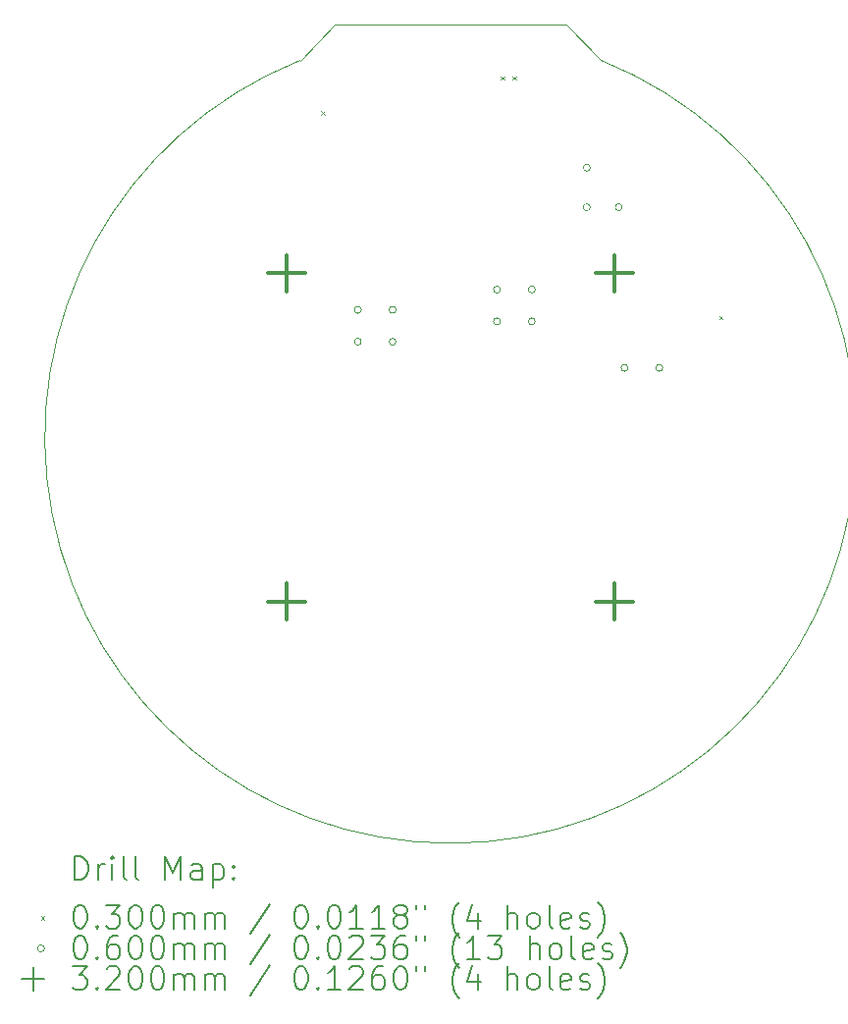
<source format=gbr>
%TF.GenerationSoftware,KiCad,Pcbnew,8.0.7*%
%TF.CreationDate,2024-12-28T18:31:31-05:00*%
%TF.ProjectId,nob,6e6f622e-6b69-4636-9164-5f7063625858,rev?*%
%TF.SameCoordinates,Original*%
%TF.FileFunction,Drillmap*%
%TF.FilePolarity,Positive*%
%FSLAX45Y45*%
G04 Gerber Fmt 4.5, Leading zero omitted, Abs format (unit mm)*
G04 Created by KiCad (PCBNEW 8.0.7) date 2024-12-28 18:31:31*
%MOMM*%
%LPD*%
G01*
G04 APERTURE LIST*
%ADD10C,0.050000*%
%ADD11C,0.200000*%
%ADD12C,0.100000*%
%ADD13C,0.320000*%
G04 APERTURE END LIST*
D10*
X14300000Y-3750000D02*
G75*
G02*
X11700000Y-3750000I-1300000J-3250000D01*
G01*
X12000000Y-3440000D02*
X14000000Y-3440000D01*
X11700000Y-3750000D02*
X12000000Y-3440000D01*
X14000000Y-3440000D02*
X14300000Y-3750000D01*
D11*
D12*
X11885000Y-4185000D02*
X11915000Y-4215000D01*
X11915000Y-4185000D02*
X11885000Y-4215000D01*
X13435000Y-3887800D02*
X13465000Y-3917800D01*
X13465000Y-3887800D02*
X13435000Y-3917800D01*
X13535000Y-3887800D02*
X13565000Y-3917800D01*
X13565000Y-3887800D02*
X13535000Y-3917800D01*
X15317682Y-5952367D02*
X15347682Y-5982367D01*
X15347682Y-5952367D02*
X15317682Y-5982367D01*
X12230000Y-5900000D02*
G75*
G02*
X12170000Y-5900000I-30000J0D01*
G01*
X12170000Y-5900000D02*
G75*
G02*
X12230000Y-5900000I30000J0D01*
G01*
X12230000Y-6175000D02*
G75*
G02*
X12170000Y-6175000I-30000J0D01*
G01*
X12170000Y-6175000D02*
G75*
G02*
X12230000Y-6175000I30000J0D01*
G01*
X12530000Y-5900000D02*
G75*
G02*
X12470000Y-5900000I-30000J0D01*
G01*
X12470000Y-5900000D02*
G75*
G02*
X12530000Y-5900000I30000J0D01*
G01*
X12530000Y-6175000D02*
G75*
G02*
X12470000Y-6175000I-30000J0D01*
G01*
X12470000Y-6175000D02*
G75*
G02*
X12530000Y-6175000I30000J0D01*
G01*
X13430000Y-5725000D02*
G75*
G02*
X13370000Y-5725000I-30000J0D01*
G01*
X13370000Y-5725000D02*
G75*
G02*
X13430000Y-5725000I30000J0D01*
G01*
X13430000Y-6000000D02*
G75*
G02*
X13370000Y-6000000I-30000J0D01*
G01*
X13370000Y-6000000D02*
G75*
G02*
X13430000Y-6000000I30000J0D01*
G01*
X13730000Y-5725000D02*
G75*
G02*
X13670000Y-5725000I-30000J0D01*
G01*
X13670000Y-5725000D02*
G75*
G02*
X13730000Y-5725000I30000J0D01*
G01*
X13730000Y-6000000D02*
G75*
G02*
X13670000Y-6000000I-30000J0D01*
G01*
X13670000Y-6000000D02*
G75*
G02*
X13730000Y-6000000I30000J0D01*
G01*
X14205000Y-4675000D02*
G75*
G02*
X14145000Y-4675000I-30000J0D01*
G01*
X14145000Y-4675000D02*
G75*
G02*
X14205000Y-4675000I30000J0D01*
G01*
X14205000Y-5015000D02*
G75*
G02*
X14145000Y-5015000I-30000J0D01*
G01*
X14145000Y-5015000D02*
G75*
G02*
X14205000Y-5015000I30000J0D01*
G01*
X14480000Y-5015000D02*
G75*
G02*
X14420000Y-5015000I-30000J0D01*
G01*
X14420000Y-5015000D02*
G75*
G02*
X14480000Y-5015000I30000J0D01*
G01*
X14530000Y-6400000D02*
G75*
G02*
X14470000Y-6400000I-30000J0D01*
G01*
X14470000Y-6400000D02*
G75*
G02*
X14530000Y-6400000I30000J0D01*
G01*
X14830000Y-6400000D02*
G75*
G02*
X14770000Y-6400000I-30000J0D01*
G01*
X14770000Y-6400000D02*
G75*
G02*
X14830000Y-6400000I30000J0D01*
G01*
D13*
X11585786Y-5425786D02*
X11585786Y-5745786D01*
X11425786Y-5585786D02*
X11745786Y-5585786D01*
X11585786Y-8254214D02*
X11585786Y-8574214D01*
X11425786Y-8414214D02*
X11745786Y-8414214D01*
X14414214Y-5425786D02*
X14414214Y-5745786D01*
X14254214Y-5585786D02*
X14574214Y-5585786D01*
X14414214Y-8254214D02*
X14414214Y-8574214D01*
X14254214Y-8414214D02*
X14574214Y-8414214D01*
D11*
X9757920Y-10814341D02*
X9757920Y-10614341D01*
X9757920Y-10614341D02*
X9805539Y-10614341D01*
X9805539Y-10614341D02*
X9834110Y-10623865D01*
X9834110Y-10623865D02*
X9853158Y-10642912D01*
X9853158Y-10642912D02*
X9862682Y-10661960D01*
X9862682Y-10661960D02*
X9872205Y-10700055D01*
X9872205Y-10700055D02*
X9872205Y-10728627D01*
X9872205Y-10728627D02*
X9862682Y-10766722D01*
X9862682Y-10766722D02*
X9853158Y-10785769D01*
X9853158Y-10785769D02*
X9834110Y-10804817D01*
X9834110Y-10804817D02*
X9805539Y-10814341D01*
X9805539Y-10814341D02*
X9757920Y-10814341D01*
X9957920Y-10814341D02*
X9957920Y-10681008D01*
X9957920Y-10719103D02*
X9967444Y-10700055D01*
X9967444Y-10700055D02*
X9976967Y-10690531D01*
X9976967Y-10690531D02*
X9996015Y-10681008D01*
X9996015Y-10681008D02*
X10015063Y-10681008D01*
X10081729Y-10814341D02*
X10081729Y-10681008D01*
X10081729Y-10614341D02*
X10072205Y-10623865D01*
X10072205Y-10623865D02*
X10081729Y-10633389D01*
X10081729Y-10633389D02*
X10091253Y-10623865D01*
X10091253Y-10623865D02*
X10081729Y-10614341D01*
X10081729Y-10614341D02*
X10081729Y-10633389D01*
X10205539Y-10814341D02*
X10186491Y-10804817D01*
X10186491Y-10804817D02*
X10176967Y-10785769D01*
X10176967Y-10785769D02*
X10176967Y-10614341D01*
X10310301Y-10814341D02*
X10291253Y-10804817D01*
X10291253Y-10804817D02*
X10281729Y-10785769D01*
X10281729Y-10785769D02*
X10281729Y-10614341D01*
X10538872Y-10814341D02*
X10538872Y-10614341D01*
X10538872Y-10614341D02*
X10605539Y-10757198D01*
X10605539Y-10757198D02*
X10672205Y-10614341D01*
X10672205Y-10614341D02*
X10672205Y-10814341D01*
X10853158Y-10814341D02*
X10853158Y-10709579D01*
X10853158Y-10709579D02*
X10843634Y-10690531D01*
X10843634Y-10690531D02*
X10824586Y-10681008D01*
X10824586Y-10681008D02*
X10786491Y-10681008D01*
X10786491Y-10681008D02*
X10767444Y-10690531D01*
X10853158Y-10804817D02*
X10834110Y-10814341D01*
X10834110Y-10814341D02*
X10786491Y-10814341D01*
X10786491Y-10814341D02*
X10767444Y-10804817D01*
X10767444Y-10804817D02*
X10757920Y-10785769D01*
X10757920Y-10785769D02*
X10757920Y-10766722D01*
X10757920Y-10766722D02*
X10767444Y-10747674D01*
X10767444Y-10747674D02*
X10786491Y-10738150D01*
X10786491Y-10738150D02*
X10834110Y-10738150D01*
X10834110Y-10738150D02*
X10853158Y-10728627D01*
X10948396Y-10681008D02*
X10948396Y-10881008D01*
X10948396Y-10690531D02*
X10967444Y-10681008D01*
X10967444Y-10681008D02*
X11005539Y-10681008D01*
X11005539Y-10681008D02*
X11024586Y-10690531D01*
X11024586Y-10690531D02*
X11034110Y-10700055D01*
X11034110Y-10700055D02*
X11043634Y-10719103D01*
X11043634Y-10719103D02*
X11043634Y-10776246D01*
X11043634Y-10776246D02*
X11034110Y-10795293D01*
X11034110Y-10795293D02*
X11024586Y-10804817D01*
X11024586Y-10804817D02*
X11005539Y-10814341D01*
X11005539Y-10814341D02*
X10967444Y-10814341D01*
X10967444Y-10814341D02*
X10948396Y-10804817D01*
X11129348Y-10795293D02*
X11138872Y-10804817D01*
X11138872Y-10804817D02*
X11129348Y-10814341D01*
X11129348Y-10814341D02*
X11119825Y-10804817D01*
X11119825Y-10804817D02*
X11129348Y-10795293D01*
X11129348Y-10795293D02*
X11129348Y-10814341D01*
X11129348Y-10690531D02*
X11138872Y-10700055D01*
X11138872Y-10700055D02*
X11129348Y-10709579D01*
X11129348Y-10709579D02*
X11119825Y-10700055D01*
X11119825Y-10700055D02*
X11129348Y-10690531D01*
X11129348Y-10690531D02*
X11129348Y-10709579D01*
D12*
X9467143Y-11127857D02*
X9497143Y-11157857D01*
X9497143Y-11127857D02*
X9467143Y-11157857D01*
D11*
X9796015Y-11034341D02*
X9815063Y-11034341D01*
X9815063Y-11034341D02*
X9834110Y-11043865D01*
X9834110Y-11043865D02*
X9843634Y-11053389D01*
X9843634Y-11053389D02*
X9853158Y-11072436D01*
X9853158Y-11072436D02*
X9862682Y-11110531D01*
X9862682Y-11110531D02*
X9862682Y-11158150D01*
X9862682Y-11158150D02*
X9853158Y-11196246D01*
X9853158Y-11196246D02*
X9843634Y-11215293D01*
X9843634Y-11215293D02*
X9834110Y-11224817D01*
X9834110Y-11224817D02*
X9815063Y-11234341D01*
X9815063Y-11234341D02*
X9796015Y-11234341D01*
X9796015Y-11234341D02*
X9776967Y-11224817D01*
X9776967Y-11224817D02*
X9767444Y-11215293D01*
X9767444Y-11215293D02*
X9757920Y-11196246D01*
X9757920Y-11196246D02*
X9748396Y-11158150D01*
X9748396Y-11158150D02*
X9748396Y-11110531D01*
X9748396Y-11110531D02*
X9757920Y-11072436D01*
X9757920Y-11072436D02*
X9767444Y-11053389D01*
X9767444Y-11053389D02*
X9776967Y-11043865D01*
X9776967Y-11043865D02*
X9796015Y-11034341D01*
X9948396Y-11215293D02*
X9957920Y-11224817D01*
X9957920Y-11224817D02*
X9948396Y-11234341D01*
X9948396Y-11234341D02*
X9938872Y-11224817D01*
X9938872Y-11224817D02*
X9948396Y-11215293D01*
X9948396Y-11215293D02*
X9948396Y-11234341D01*
X10024586Y-11034341D02*
X10148396Y-11034341D01*
X10148396Y-11034341D02*
X10081729Y-11110531D01*
X10081729Y-11110531D02*
X10110301Y-11110531D01*
X10110301Y-11110531D02*
X10129348Y-11120055D01*
X10129348Y-11120055D02*
X10138872Y-11129579D01*
X10138872Y-11129579D02*
X10148396Y-11148627D01*
X10148396Y-11148627D02*
X10148396Y-11196246D01*
X10148396Y-11196246D02*
X10138872Y-11215293D01*
X10138872Y-11215293D02*
X10129348Y-11224817D01*
X10129348Y-11224817D02*
X10110301Y-11234341D01*
X10110301Y-11234341D02*
X10053158Y-11234341D01*
X10053158Y-11234341D02*
X10034110Y-11224817D01*
X10034110Y-11224817D02*
X10024586Y-11215293D01*
X10272205Y-11034341D02*
X10291253Y-11034341D01*
X10291253Y-11034341D02*
X10310301Y-11043865D01*
X10310301Y-11043865D02*
X10319825Y-11053389D01*
X10319825Y-11053389D02*
X10329348Y-11072436D01*
X10329348Y-11072436D02*
X10338872Y-11110531D01*
X10338872Y-11110531D02*
X10338872Y-11158150D01*
X10338872Y-11158150D02*
X10329348Y-11196246D01*
X10329348Y-11196246D02*
X10319825Y-11215293D01*
X10319825Y-11215293D02*
X10310301Y-11224817D01*
X10310301Y-11224817D02*
X10291253Y-11234341D01*
X10291253Y-11234341D02*
X10272205Y-11234341D01*
X10272205Y-11234341D02*
X10253158Y-11224817D01*
X10253158Y-11224817D02*
X10243634Y-11215293D01*
X10243634Y-11215293D02*
X10234110Y-11196246D01*
X10234110Y-11196246D02*
X10224586Y-11158150D01*
X10224586Y-11158150D02*
X10224586Y-11110531D01*
X10224586Y-11110531D02*
X10234110Y-11072436D01*
X10234110Y-11072436D02*
X10243634Y-11053389D01*
X10243634Y-11053389D02*
X10253158Y-11043865D01*
X10253158Y-11043865D02*
X10272205Y-11034341D01*
X10462682Y-11034341D02*
X10481729Y-11034341D01*
X10481729Y-11034341D02*
X10500777Y-11043865D01*
X10500777Y-11043865D02*
X10510301Y-11053389D01*
X10510301Y-11053389D02*
X10519825Y-11072436D01*
X10519825Y-11072436D02*
X10529348Y-11110531D01*
X10529348Y-11110531D02*
X10529348Y-11158150D01*
X10529348Y-11158150D02*
X10519825Y-11196246D01*
X10519825Y-11196246D02*
X10510301Y-11215293D01*
X10510301Y-11215293D02*
X10500777Y-11224817D01*
X10500777Y-11224817D02*
X10481729Y-11234341D01*
X10481729Y-11234341D02*
X10462682Y-11234341D01*
X10462682Y-11234341D02*
X10443634Y-11224817D01*
X10443634Y-11224817D02*
X10434110Y-11215293D01*
X10434110Y-11215293D02*
X10424586Y-11196246D01*
X10424586Y-11196246D02*
X10415063Y-11158150D01*
X10415063Y-11158150D02*
X10415063Y-11110531D01*
X10415063Y-11110531D02*
X10424586Y-11072436D01*
X10424586Y-11072436D02*
X10434110Y-11053389D01*
X10434110Y-11053389D02*
X10443634Y-11043865D01*
X10443634Y-11043865D02*
X10462682Y-11034341D01*
X10615063Y-11234341D02*
X10615063Y-11101008D01*
X10615063Y-11120055D02*
X10624586Y-11110531D01*
X10624586Y-11110531D02*
X10643634Y-11101008D01*
X10643634Y-11101008D02*
X10672206Y-11101008D01*
X10672206Y-11101008D02*
X10691253Y-11110531D01*
X10691253Y-11110531D02*
X10700777Y-11129579D01*
X10700777Y-11129579D02*
X10700777Y-11234341D01*
X10700777Y-11129579D02*
X10710301Y-11110531D01*
X10710301Y-11110531D02*
X10729348Y-11101008D01*
X10729348Y-11101008D02*
X10757920Y-11101008D01*
X10757920Y-11101008D02*
X10776967Y-11110531D01*
X10776967Y-11110531D02*
X10786491Y-11129579D01*
X10786491Y-11129579D02*
X10786491Y-11234341D01*
X10881729Y-11234341D02*
X10881729Y-11101008D01*
X10881729Y-11120055D02*
X10891253Y-11110531D01*
X10891253Y-11110531D02*
X10910301Y-11101008D01*
X10910301Y-11101008D02*
X10938872Y-11101008D01*
X10938872Y-11101008D02*
X10957920Y-11110531D01*
X10957920Y-11110531D02*
X10967444Y-11129579D01*
X10967444Y-11129579D02*
X10967444Y-11234341D01*
X10967444Y-11129579D02*
X10976967Y-11110531D01*
X10976967Y-11110531D02*
X10996015Y-11101008D01*
X10996015Y-11101008D02*
X11024586Y-11101008D01*
X11024586Y-11101008D02*
X11043634Y-11110531D01*
X11043634Y-11110531D02*
X11053158Y-11129579D01*
X11053158Y-11129579D02*
X11053158Y-11234341D01*
X11443634Y-11024817D02*
X11272206Y-11281960D01*
X11700777Y-11034341D02*
X11719825Y-11034341D01*
X11719825Y-11034341D02*
X11738872Y-11043865D01*
X11738872Y-11043865D02*
X11748396Y-11053389D01*
X11748396Y-11053389D02*
X11757920Y-11072436D01*
X11757920Y-11072436D02*
X11767444Y-11110531D01*
X11767444Y-11110531D02*
X11767444Y-11158150D01*
X11767444Y-11158150D02*
X11757920Y-11196246D01*
X11757920Y-11196246D02*
X11748396Y-11215293D01*
X11748396Y-11215293D02*
X11738872Y-11224817D01*
X11738872Y-11224817D02*
X11719825Y-11234341D01*
X11719825Y-11234341D02*
X11700777Y-11234341D01*
X11700777Y-11234341D02*
X11681729Y-11224817D01*
X11681729Y-11224817D02*
X11672206Y-11215293D01*
X11672206Y-11215293D02*
X11662682Y-11196246D01*
X11662682Y-11196246D02*
X11653158Y-11158150D01*
X11653158Y-11158150D02*
X11653158Y-11110531D01*
X11653158Y-11110531D02*
X11662682Y-11072436D01*
X11662682Y-11072436D02*
X11672206Y-11053389D01*
X11672206Y-11053389D02*
X11681729Y-11043865D01*
X11681729Y-11043865D02*
X11700777Y-11034341D01*
X11853158Y-11215293D02*
X11862682Y-11224817D01*
X11862682Y-11224817D02*
X11853158Y-11234341D01*
X11853158Y-11234341D02*
X11843634Y-11224817D01*
X11843634Y-11224817D02*
X11853158Y-11215293D01*
X11853158Y-11215293D02*
X11853158Y-11234341D01*
X11986491Y-11034341D02*
X12005539Y-11034341D01*
X12005539Y-11034341D02*
X12024587Y-11043865D01*
X12024587Y-11043865D02*
X12034110Y-11053389D01*
X12034110Y-11053389D02*
X12043634Y-11072436D01*
X12043634Y-11072436D02*
X12053158Y-11110531D01*
X12053158Y-11110531D02*
X12053158Y-11158150D01*
X12053158Y-11158150D02*
X12043634Y-11196246D01*
X12043634Y-11196246D02*
X12034110Y-11215293D01*
X12034110Y-11215293D02*
X12024587Y-11224817D01*
X12024587Y-11224817D02*
X12005539Y-11234341D01*
X12005539Y-11234341D02*
X11986491Y-11234341D01*
X11986491Y-11234341D02*
X11967444Y-11224817D01*
X11967444Y-11224817D02*
X11957920Y-11215293D01*
X11957920Y-11215293D02*
X11948396Y-11196246D01*
X11948396Y-11196246D02*
X11938872Y-11158150D01*
X11938872Y-11158150D02*
X11938872Y-11110531D01*
X11938872Y-11110531D02*
X11948396Y-11072436D01*
X11948396Y-11072436D02*
X11957920Y-11053389D01*
X11957920Y-11053389D02*
X11967444Y-11043865D01*
X11967444Y-11043865D02*
X11986491Y-11034341D01*
X12243634Y-11234341D02*
X12129348Y-11234341D01*
X12186491Y-11234341D02*
X12186491Y-11034341D01*
X12186491Y-11034341D02*
X12167444Y-11062912D01*
X12167444Y-11062912D02*
X12148396Y-11081960D01*
X12148396Y-11081960D02*
X12129348Y-11091484D01*
X12434110Y-11234341D02*
X12319825Y-11234341D01*
X12376967Y-11234341D02*
X12376967Y-11034341D01*
X12376967Y-11034341D02*
X12357920Y-11062912D01*
X12357920Y-11062912D02*
X12338872Y-11081960D01*
X12338872Y-11081960D02*
X12319825Y-11091484D01*
X12548396Y-11120055D02*
X12529348Y-11110531D01*
X12529348Y-11110531D02*
X12519825Y-11101008D01*
X12519825Y-11101008D02*
X12510301Y-11081960D01*
X12510301Y-11081960D02*
X12510301Y-11072436D01*
X12510301Y-11072436D02*
X12519825Y-11053389D01*
X12519825Y-11053389D02*
X12529348Y-11043865D01*
X12529348Y-11043865D02*
X12548396Y-11034341D01*
X12548396Y-11034341D02*
X12586491Y-11034341D01*
X12586491Y-11034341D02*
X12605539Y-11043865D01*
X12605539Y-11043865D02*
X12615063Y-11053389D01*
X12615063Y-11053389D02*
X12624587Y-11072436D01*
X12624587Y-11072436D02*
X12624587Y-11081960D01*
X12624587Y-11081960D02*
X12615063Y-11101008D01*
X12615063Y-11101008D02*
X12605539Y-11110531D01*
X12605539Y-11110531D02*
X12586491Y-11120055D01*
X12586491Y-11120055D02*
X12548396Y-11120055D01*
X12548396Y-11120055D02*
X12529348Y-11129579D01*
X12529348Y-11129579D02*
X12519825Y-11139103D01*
X12519825Y-11139103D02*
X12510301Y-11158150D01*
X12510301Y-11158150D02*
X12510301Y-11196246D01*
X12510301Y-11196246D02*
X12519825Y-11215293D01*
X12519825Y-11215293D02*
X12529348Y-11224817D01*
X12529348Y-11224817D02*
X12548396Y-11234341D01*
X12548396Y-11234341D02*
X12586491Y-11234341D01*
X12586491Y-11234341D02*
X12605539Y-11224817D01*
X12605539Y-11224817D02*
X12615063Y-11215293D01*
X12615063Y-11215293D02*
X12624587Y-11196246D01*
X12624587Y-11196246D02*
X12624587Y-11158150D01*
X12624587Y-11158150D02*
X12615063Y-11139103D01*
X12615063Y-11139103D02*
X12605539Y-11129579D01*
X12605539Y-11129579D02*
X12586491Y-11120055D01*
X12700777Y-11034341D02*
X12700777Y-11072436D01*
X12776968Y-11034341D02*
X12776968Y-11072436D01*
X13072206Y-11310531D02*
X13062682Y-11301007D01*
X13062682Y-11301007D02*
X13043634Y-11272436D01*
X13043634Y-11272436D02*
X13034110Y-11253388D01*
X13034110Y-11253388D02*
X13024587Y-11224817D01*
X13024587Y-11224817D02*
X13015063Y-11177198D01*
X13015063Y-11177198D02*
X13015063Y-11139103D01*
X13015063Y-11139103D02*
X13024587Y-11091484D01*
X13024587Y-11091484D02*
X13034110Y-11062912D01*
X13034110Y-11062912D02*
X13043634Y-11043865D01*
X13043634Y-11043865D02*
X13062682Y-11015293D01*
X13062682Y-11015293D02*
X13072206Y-11005769D01*
X13234110Y-11101008D02*
X13234110Y-11234341D01*
X13186491Y-11024817D02*
X13138872Y-11167674D01*
X13138872Y-11167674D02*
X13262682Y-11167674D01*
X13491253Y-11234341D02*
X13491253Y-11034341D01*
X13576968Y-11234341D02*
X13576968Y-11129579D01*
X13576968Y-11129579D02*
X13567444Y-11110531D01*
X13567444Y-11110531D02*
X13548396Y-11101008D01*
X13548396Y-11101008D02*
X13519825Y-11101008D01*
X13519825Y-11101008D02*
X13500777Y-11110531D01*
X13500777Y-11110531D02*
X13491253Y-11120055D01*
X13700777Y-11234341D02*
X13681730Y-11224817D01*
X13681730Y-11224817D02*
X13672206Y-11215293D01*
X13672206Y-11215293D02*
X13662682Y-11196246D01*
X13662682Y-11196246D02*
X13662682Y-11139103D01*
X13662682Y-11139103D02*
X13672206Y-11120055D01*
X13672206Y-11120055D02*
X13681730Y-11110531D01*
X13681730Y-11110531D02*
X13700777Y-11101008D01*
X13700777Y-11101008D02*
X13729349Y-11101008D01*
X13729349Y-11101008D02*
X13748396Y-11110531D01*
X13748396Y-11110531D02*
X13757920Y-11120055D01*
X13757920Y-11120055D02*
X13767444Y-11139103D01*
X13767444Y-11139103D02*
X13767444Y-11196246D01*
X13767444Y-11196246D02*
X13757920Y-11215293D01*
X13757920Y-11215293D02*
X13748396Y-11224817D01*
X13748396Y-11224817D02*
X13729349Y-11234341D01*
X13729349Y-11234341D02*
X13700777Y-11234341D01*
X13881730Y-11234341D02*
X13862682Y-11224817D01*
X13862682Y-11224817D02*
X13853158Y-11205769D01*
X13853158Y-11205769D02*
X13853158Y-11034341D01*
X14034111Y-11224817D02*
X14015063Y-11234341D01*
X14015063Y-11234341D02*
X13976968Y-11234341D01*
X13976968Y-11234341D02*
X13957920Y-11224817D01*
X13957920Y-11224817D02*
X13948396Y-11205769D01*
X13948396Y-11205769D02*
X13948396Y-11129579D01*
X13948396Y-11129579D02*
X13957920Y-11110531D01*
X13957920Y-11110531D02*
X13976968Y-11101008D01*
X13976968Y-11101008D02*
X14015063Y-11101008D01*
X14015063Y-11101008D02*
X14034111Y-11110531D01*
X14034111Y-11110531D02*
X14043634Y-11129579D01*
X14043634Y-11129579D02*
X14043634Y-11148627D01*
X14043634Y-11148627D02*
X13948396Y-11167674D01*
X14119825Y-11224817D02*
X14138872Y-11234341D01*
X14138872Y-11234341D02*
X14176968Y-11234341D01*
X14176968Y-11234341D02*
X14196015Y-11224817D01*
X14196015Y-11224817D02*
X14205539Y-11205769D01*
X14205539Y-11205769D02*
X14205539Y-11196246D01*
X14205539Y-11196246D02*
X14196015Y-11177198D01*
X14196015Y-11177198D02*
X14176968Y-11167674D01*
X14176968Y-11167674D02*
X14148396Y-11167674D01*
X14148396Y-11167674D02*
X14129349Y-11158150D01*
X14129349Y-11158150D02*
X14119825Y-11139103D01*
X14119825Y-11139103D02*
X14119825Y-11129579D01*
X14119825Y-11129579D02*
X14129349Y-11110531D01*
X14129349Y-11110531D02*
X14148396Y-11101008D01*
X14148396Y-11101008D02*
X14176968Y-11101008D01*
X14176968Y-11101008D02*
X14196015Y-11110531D01*
X14272206Y-11310531D02*
X14281730Y-11301007D01*
X14281730Y-11301007D02*
X14300777Y-11272436D01*
X14300777Y-11272436D02*
X14310301Y-11253388D01*
X14310301Y-11253388D02*
X14319825Y-11224817D01*
X14319825Y-11224817D02*
X14329349Y-11177198D01*
X14329349Y-11177198D02*
X14329349Y-11139103D01*
X14329349Y-11139103D02*
X14319825Y-11091484D01*
X14319825Y-11091484D02*
X14310301Y-11062912D01*
X14310301Y-11062912D02*
X14300777Y-11043865D01*
X14300777Y-11043865D02*
X14281730Y-11015293D01*
X14281730Y-11015293D02*
X14272206Y-11005769D01*
D12*
X9497143Y-11406857D02*
G75*
G02*
X9437143Y-11406857I-30000J0D01*
G01*
X9437143Y-11406857D02*
G75*
G02*
X9497143Y-11406857I30000J0D01*
G01*
D11*
X9796015Y-11298341D02*
X9815063Y-11298341D01*
X9815063Y-11298341D02*
X9834110Y-11307865D01*
X9834110Y-11307865D02*
X9843634Y-11317388D01*
X9843634Y-11317388D02*
X9853158Y-11336436D01*
X9853158Y-11336436D02*
X9862682Y-11374531D01*
X9862682Y-11374531D02*
X9862682Y-11422150D01*
X9862682Y-11422150D02*
X9853158Y-11460246D01*
X9853158Y-11460246D02*
X9843634Y-11479293D01*
X9843634Y-11479293D02*
X9834110Y-11488817D01*
X9834110Y-11488817D02*
X9815063Y-11498341D01*
X9815063Y-11498341D02*
X9796015Y-11498341D01*
X9796015Y-11498341D02*
X9776967Y-11488817D01*
X9776967Y-11488817D02*
X9767444Y-11479293D01*
X9767444Y-11479293D02*
X9757920Y-11460246D01*
X9757920Y-11460246D02*
X9748396Y-11422150D01*
X9748396Y-11422150D02*
X9748396Y-11374531D01*
X9748396Y-11374531D02*
X9757920Y-11336436D01*
X9757920Y-11336436D02*
X9767444Y-11317388D01*
X9767444Y-11317388D02*
X9776967Y-11307865D01*
X9776967Y-11307865D02*
X9796015Y-11298341D01*
X9948396Y-11479293D02*
X9957920Y-11488817D01*
X9957920Y-11488817D02*
X9948396Y-11498341D01*
X9948396Y-11498341D02*
X9938872Y-11488817D01*
X9938872Y-11488817D02*
X9948396Y-11479293D01*
X9948396Y-11479293D02*
X9948396Y-11498341D01*
X10129348Y-11298341D02*
X10091253Y-11298341D01*
X10091253Y-11298341D02*
X10072205Y-11307865D01*
X10072205Y-11307865D02*
X10062682Y-11317388D01*
X10062682Y-11317388D02*
X10043634Y-11345960D01*
X10043634Y-11345960D02*
X10034110Y-11384055D01*
X10034110Y-11384055D02*
X10034110Y-11460246D01*
X10034110Y-11460246D02*
X10043634Y-11479293D01*
X10043634Y-11479293D02*
X10053158Y-11488817D01*
X10053158Y-11488817D02*
X10072205Y-11498341D01*
X10072205Y-11498341D02*
X10110301Y-11498341D01*
X10110301Y-11498341D02*
X10129348Y-11488817D01*
X10129348Y-11488817D02*
X10138872Y-11479293D01*
X10138872Y-11479293D02*
X10148396Y-11460246D01*
X10148396Y-11460246D02*
X10148396Y-11412627D01*
X10148396Y-11412627D02*
X10138872Y-11393579D01*
X10138872Y-11393579D02*
X10129348Y-11384055D01*
X10129348Y-11384055D02*
X10110301Y-11374531D01*
X10110301Y-11374531D02*
X10072205Y-11374531D01*
X10072205Y-11374531D02*
X10053158Y-11384055D01*
X10053158Y-11384055D02*
X10043634Y-11393579D01*
X10043634Y-11393579D02*
X10034110Y-11412627D01*
X10272205Y-11298341D02*
X10291253Y-11298341D01*
X10291253Y-11298341D02*
X10310301Y-11307865D01*
X10310301Y-11307865D02*
X10319825Y-11317388D01*
X10319825Y-11317388D02*
X10329348Y-11336436D01*
X10329348Y-11336436D02*
X10338872Y-11374531D01*
X10338872Y-11374531D02*
X10338872Y-11422150D01*
X10338872Y-11422150D02*
X10329348Y-11460246D01*
X10329348Y-11460246D02*
X10319825Y-11479293D01*
X10319825Y-11479293D02*
X10310301Y-11488817D01*
X10310301Y-11488817D02*
X10291253Y-11498341D01*
X10291253Y-11498341D02*
X10272205Y-11498341D01*
X10272205Y-11498341D02*
X10253158Y-11488817D01*
X10253158Y-11488817D02*
X10243634Y-11479293D01*
X10243634Y-11479293D02*
X10234110Y-11460246D01*
X10234110Y-11460246D02*
X10224586Y-11422150D01*
X10224586Y-11422150D02*
X10224586Y-11374531D01*
X10224586Y-11374531D02*
X10234110Y-11336436D01*
X10234110Y-11336436D02*
X10243634Y-11317388D01*
X10243634Y-11317388D02*
X10253158Y-11307865D01*
X10253158Y-11307865D02*
X10272205Y-11298341D01*
X10462682Y-11298341D02*
X10481729Y-11298341D01*
X10481729Y-11298341D02*
X10500777Y-11307865D01*
X10500777Y-11307865D02*
X10510301Y-11317388D01*
X10510301Y-11317388D02*
X10519825Y-11336436D01*
X10519825Y-11336436D02*
X10529348Y-11374531D01*
X10529348Y-11374531D02*
X10529348Y-11422150D01*
X10529348Y-11422150D02*
X10519825Y-11460246D01*
X10519825Y-11460246D02*
X10510301Y-11479293D01*
X10510301Y-11479293D02*
X10500777Y-11488817D01*
X10500777Y-11488817D02*
X10481729Y-11498341D01*
X10481729Y-11498341D02*
X10462682Y-11498341D01*
X10462682Y-11498341D02*
X10443634Y-11488817D01*
X10443634Y-11488817D02*
X10434110Y-11479293D01*
X10434110Y-11479293D02*
X10424586Y-11460246D01*
X10424586Y-11460246D02*
X10415063Y-11422150D01*
X10415063Y-11422150D02*
X10415063Y-11374531D01*
X10415063Y-11374531D02*
X10424586Y-11336436D01*
X10424586Y-11336436D02*
X10434110Y-11317388D01*
X10434110Y-11317388D02*
X10443634Y-11307865D01*
X10443634Y-11307865D02*
X10462682Y-11298341D01*
X10615063Y-11498341D02*
X10615063Y-11365007D01*
X10615063Y-11384055D02*
X10624586Y-11374531D01*
X10624586Y-11374531D02*
X10643634Y-11365007D01*
X10643634Y-11365007D02*
X10672206Y-11365007D01*
X10672206Y-11365007D02*
X10691253Y-11374531D01*
X10691253Y-11374531D02*
X10700777Y-11393579D01*
X10700777Y-11393579D02*
X10700777Y-11498341D01*
X10700777Y-11393579D02*
X10710301Y-11374531D01*
X10710301Y-11374531D02*
X10729348Y-11365007D01*
X10729348Y-11365007D02*
X10757920Y-11365007D01*
X10757920Y-11365007D02*
X10776967Y-11374531D01*
X10776967Y-11374531D02*
X10786491Y-11393579D01*
X10786491Y-11393579D02*
X10786491Y-11498341D01*
X10881729Y-11498341D02*
X10881729Y-11365007D01*
X10881729Y-11384055D02*
X10891253Y-11374531D01*
X10891253Y-11374531D02*
X10910301Y-11365007D01*
X10910301Y-11365007D02*
X10938872Y-11365007D01*
X10938872Y-11365007D02*
X10957920Y-11374531D01*
X10957920Y-11374531D02*
X10967444Y-11393579D01*
X10967444Y-11393579D02*
X10967444Y-11498341D01*
X10967444Y-11393579D02*
X10976967Y-11374531D01*
X10976967Y-11374531D02*
X10996015Y-11365007D01*
X10996015Y-11365007D02*
X11024586Y-11365007D01*
X11024586Y-11365007D02*
X11043634Y-11374531D01*
X11043634Y-11374531D02*
X11053158Y-11393579D01*
X11053158Y-11393579D02*
X11053158Y-11498341D01*
X11443634Y-11288817D02*
X11272206Y-11545960D01*
X11700777Y-11298341D02*
X11719825Y-11298341D01*
X11719825Y-11298341D02*
X11738872Y-11307865D01*
X11738872Y-11307865D02*
X11748396Y-11317388D01*
X11748396Y-11317388D02*
X11757920Y-11336436D01*
X11757920Y-11336436D02*
X11767444Y-11374531D01*
X11767444Y-11374531D02*
X11767444Y-11422150D01*
X11767444Y-11422150D02*
X11757920Y-11460246D01*
X11757920Y-11460246D02*
X11748396Y-11479293D01*
X11748396Y-11479293D02*
X11738872Y-11488817D01*
X11738872Y-11488817D02*
X11719825Y-11498341D01*
X11719825Y-11498341D02*
X11700777Y-11498341D01*
X11700777Y-11498341D02*
X11681729Y-11488817D01*
X11681729Y-11488817D02*
X11672206Y-11479293D01*
X11672206Y-11479293D02*
X11662682Y-11460246D01*
X11662682Y-11460246D02*
X11653158Y-11422150D01*
X11653158Y-11422150D02*
X11653158Y-11374531D01*
X11653158Y-11374531D02*
X11662682Y-11336436D01*
X11662682Y-11336436D02*
X11672206Y-11317388D01*
X11672206Y-11317388D02*
X11681729Y-11307865D01*
X11681729Y-11307865D02*
X11700777Y-11298341D01*
X11853158Y-11479293D02*
X11862682Y-11488817D01*
X11862682Y-11488817D02*
X11853158Y-11498341D01*
X11853158Y-11498341D02*
X11843634Y-11488817D01*
X11843634Y-11488817D02*
X11853158Y-11479293D01*
X11853158Y-11479293D02*
X11853158Y-11498341D01*
X11986491Y-11298341D02*
X12005539Y-11298341D01*
X12005539Y-11298341D02*
X12024587Y-11307865D01*
X12024587Y-11307865D02*
X12034110Y-11317388D01*
X12034110Y-11317388D02*
X12043634Y-11336436D01*
X12043634Y-11336436D02*
X12053158Y-11374531D01*
X12053158Y-11374531D02*
X12053158Y-11422150D01*
X12053158Y-11422150D02*
X12043634Y-11460246D01*
X12043634Y-11460246D02*
X12034110Y-11479293D01*
X12034110Y-11479293D02*
X12024587Y-11488817D01*
X12024587Y-11488817D02*
X12005539Y-11498341D01*
X12005539Y-11498341D02*
X11986491Y-11498341D01*
X11986491Y-11498341D02*
X11967444Y-11488817D01*
X11967444Y-11488817D02*
X11957920Y-11479293D01*
X11957920Y-11479293D02*
X11948396Y-11460246D01*
X11948396Y-11460246D02*
X11938872Y-11422150D01*
X11938872Y-11422150D02*
X11938872Y-11374531D01*
X11938872Y-11374531D02*
X11948396Y-11336436D01*
X11948396Y-11336436D02*
X11957920Y-11317388D01*
X11957920Y-11317388D02*
X11967444Y-11307865D01*
X11967444Y-11307865D02*
X11986491Y-11298341D01*
X12129348Y-11317388D02*
X12138872Y-11307865D01*
X12138872Y-11307865D02*
X12157920Y-11298341D01*
X12157920Y-11298341D02*
X12205539Y-11298341D01*
X12205539Y-11298341D02*
X12224587Y-11307865D01*
X12224587Y-11307865D02*
X12234110Y-11317388D01*
X12234110Y-11317388D02*
X12243634Y-11336436D01*
X12243634Y-11336436D02*
X12243634Y-11355484D01*
X12243634Y-11355484D02*
X12234110Y-11384055D01*
X12234110Y-11384055D02*
X12119825Y-11498341D01*
X12119825Y-11498341D02*
X12243634Y-11498341D01*
X12310301Y-11298341D02*
X12434110Y-11298341D01*
X12434110Y-11298341D02*
X12367444Y-11374531D01*
X12367444Y-11374531D02*
X12396015Y-11374531D01*
X12396015Y-11374531D02*
X12415063Y-11384055D01*
X12415063Y-11384055D02*
X12424587Y-11393579D01*
X12424587Y-11393579D02*
X12434110Y-11412627D01*
X12434110Y-11412627D02*
X12434110Y-11460246D01*
X12434110Y-11460246D02*
X12424587Y-11479293D01*
X12424587Y-11479293D02*
X12415063Y-11488817D01*
X12415063Y-11488817D02*
X12396015Y-11498341D01*
X12396015Y-11498341D02*
X12338872Y-11498341D01*
X12338872Y-11498341D02*
X12319825Y-11488817D01*
X12319825Y-11488817D02*
X12310301Y-11479293D01*
X12605539Y-11298341D02*
X12567444Y-11298341D01*
X12567444Y-11298341D02*
X12548396Y-11307865D01*
X12548396Y-11307865D02*
X12538872Y-11317388D01*
X12538872Y-11317388D02*
X12519825Y-11345960D01*
X12519825Y-11345960D02*
X12510301Y-11384055D01*
X12510301Y-11384055D02*
X12510301Y-11460246D01*
X12510301Y-11460246D02*
X12519825Y-11479293D01*
X12519825Y-11479293D02*
X12529348Y-11488817D01*
X12529348Y-11488817D02*
X12548396Y-11498341D01*
X12548396Y-11498341D02*
X12586491Y-11498341D01*
X12586491Y-11498341D02*
X12605539Y-11488817D01*
X12605539Y-11488817D02*
X12615063Y-11479293D01*
X12615063Y-11479293D02*
X12624587Y-11460246D01*
X12624587Y-11460246D02*
X12624587Y-11412627D01*
X12624587Y-11412627D02*
X12615063Y-11393579D01*
X12615063Y-11393579D02*
X12605539Y-11384055D01*
X12605539Y-11384055D02*
X12586491Y-11374531D01*
X12586491Y-11374531D02*
X12548396Y-11374531D01*
X12548396Y-11374531D02*
X12529348Y-11384055D01*
X12529348Y-11384055D02*
X12519825Y-11393579D01*
X12519825Y-11393579D02*
X12510301Y-11412627D01*
X12700777Y-11298341D02*
X12700777Y-11336436D01*
X12776968Y-11298341D02*
X12776968Y-11336436D01*
X13072206Y-11574531D02*
X13062682Y-11565007D01*
X13062682Y-11565007D02*
X13043634Y-11536436D01*
X13043634Y-11536436D02*
X13034110Y-11517388D01*
X13034110Y-11517388D02*
X13024587Y-11488817D01*
X13024587Y-11488817D02*
X13015063Y-11441198D01*
X13015063Y-11441198D02*
X13015063Y-11403103D01*
X13015063Y-11403103D02*
X13024587Y-11355484D01*
X13024587Y-11355484D02*
X13034110Y-11326912D01*
X13034110Y-11326912D02*
X13043634Y-11307865D01*
X13043634Y-11307865D02*
X13062682Y-11279293D01*
X13062682Y-11279293D02*
X13072206Y-11269769D01*
X13253158Y-11498341D02*
X13138872Y-11498341D01*
X13196015Y-11498341D02*
X13196015Y-11298341D01*
X13196015Y-11298341D02*
X13176968Y-11326912D01*
X13176968Y-11326912D02*
X13157920Y-11345960D01*
X13157920Y-11345960D02*
X13138872Y-11355484D01*
X13319825Y-11298341D02*
X13443634Y-11298341D01*
X13443634Y-11298341D02*
X13376968Y-11374531D01*
X13376968Y-11374531D02*
X13405539Y-11374531D01*
X13405539Y-11374531D02*
X13424587Y-11384055D01*
X13424587Y-11384055D02*
X13434110Y-11393579D01*
X13434110Y-11393579D02*
X13443634Y-11412627D01*
X13443634Y-11412627D02*
X13443634Y-11460246D01*
X13443634Y-11460246D02*
X13434110Y-11479293D01*
X13434110Y-11479293D02*
X13424587Y-11488817D01*
X13424587Y-11488817D02*
X13405539Y-11498341D01*
X13405539Y-11498341D02*
X13348396Y-11498341D01*
X13348396Y-11498341D02*
X13329349Y-11488817D01*
X13329349Y-11488817D02*
X13319825Y-11479293D01*
X13681730Y-11498341D02*
X13681730Y-11298341D01*
X13767444Y-11498341D02*
X13767444Y-11393579D01*
X13767444Y-11393579D02*
X13757920Y-11374531D01*
X13757920Y-11374531D02*
X13738872Y-11365007D01*
X13738872Y-11365007D02*
X13710301Y-11365007D01*
X13710301Y-11365007D02*
X13691253Y-11374531D01*
X13691253Y-11374531D02*
X13681730Y-11384055D01*
X13891253Y-11498341D02*
X13872206Y-11488817D01*
X13872206Y-11488817D02*
X13862682Y-11479293D01*
X13862682Y-11479293D02*
X13853158Y-11460246D01*
X13853158Y-11460246D02*
X13853158Y-11403103D01*
X13853158Y-11403103D02*
X13862682Y-11384055D01*
X13862682Y-11384055D02*
X13872206Y-11374531D01*
X13872206Y-11374531D02*
X13891253Y-11365007D01*
X13891253Y-11365007D02*
X13919825Y-11365007D01*
X13919825Y-11365007D02*
X13938872Y-11374531D01*
X13938872Y-11374531D02*
X13948396Y-11384055D01*
X13948396Y-11384055D02*
X13957920Y-11403103D01*
X13957920Y-11403103D02*
X13957920Y-11460246D01*
X13957920Y-11460246D02*
X13948396Y-11479293D01*
X13948396Y-11479293D02*
X13938872Y-11488817D01*
X13938872Y-11488817D02*
X13919825Y-11498341D01*
X13919825Y-11498341D02*
X13891253Y-11498341D01*
X14072206Y-11498341D02*
X14053158Y-11488817D01*
X14053158Y-11488817D02*
X14043634Y-11469769D01*
X14043634Y-11469769D02*
X14043634Y-11298341D01*
X14224587Y-11488817D02*
X14205539Y-11498341D01*
X14205539Y-11498341D02*
X14167444Y-11498341D01*
X14167444Y-11498341D02*
X14148396Y-11488817D01*
X14148396Y-11488817D02*
X14138872Y-11469769D01*
X14138872Y-11469769D02*
X14138872Y-11393579D01*
X14138872Y-11393579D02*
X14148396Y-11374531D01*
X14148396Y-11374531D02*
X14167444Y-11365007D01*
X14167444Y-11365007D02*
X14205539Y-11365007D01*
X14205539Y-11365007D02*
X14224587Y-11374531D01*
X14224587Y-11374531D02*
X14234111Y-11393579D01*
X14234111Y-11393579D02*
X14234111Y-11412627D01*
X14234111Y-11412627D02*
X14138872Y-11431674D01*
X14310301Y-11488817D02*
X14329349Y-11498341D01*
X14329349Y-11498341D02*
X14367444Y-11498341D01*
X14367444Y-11498341D02*
X14386492Y-11488817D01*
X14386492Y-11488817D02*
X14396015Y-11469769D01*
X14396015Y-11469769D02*
X14396015Y-11460246D01*
X14396015Y-11460246D02*
X14386492Y-11441198D01*
X14386492Y-11441198D02*
X14367444Y-11431674D01*
X14367444Y-11431674D02*
X14338872Y-11431674D01*
X14338872Y-11431674D02*
X14319825Y-11422150D01*
X14319825Y-11422150D02*
X14310301Y-11403103D01*
X14310301Y-11403103D02*
X14310301Y-11393579D01*
X14310301Y-11393579D02*
X14319825Y-11374531D01*
X14319825Y-11374531D02*
X14338872Y-11365007D01*
X14338872Y-11365007D02*
X14367444Y-11365007D01*
X14367444Y-11365007D02*
X14386492Y-11374531D01*
X14462682Y-11574531D02*
X14472206Y-11565007D01*
X14472206Y-11565007D02*
X14491253Y-11536436D01*
X14491253Y-11536436D02*
X14500777Y-11517388D01*
X14500777Y-11517388D02*
X14510301Y-11488817D01*
X14510301Y-11488817D02*
X14519825Y-11441198D01*
X14519825Y-11441198D02*
X14519825Y-11403103D01*
X14519825Y-11403103D02*
X14510301Y-11355484D01*
X14510301Y-11355484D02*
X14500777Y-11326912D01*
X14500777Y-11326912D02*
X14491253Y-11307865D01*
X14491253Y-11307865D02*
X14472206Y-11279293D01*
X14472206Y-11279293D02*
X14462682Y-11269769D01*
X9397143Y-11570857D02*
X9397143Y-11770857D01*
X9297143Y-11670857D02*
X9497143Y-11670857D01*
X9738872Y-11562341D02*
X9862682Y-11562341D01*
X9862682Y-11562341D02*
X9796015Y-11638531D01*
X9796015Y-11638531D02*
X9824586Y-11638531D01*
X9824586Y-11638531D02*
X9843634Y-11648055D01*
X9843634Y-11648055D02*
X9853158Y-11657579D01*
X9853158Y-11657579D02*
X9862682Y-11676627D01*
X9862682Y-11676627D02*
X9862682Y-11724246D01*
X9862682Y-11724246D02*
X9853158Y-11743293D01*
X9853158Y-11743293D02*
X9843634Y-11752817D01*
X9843634Y-11752817D02*
X9824586Y-11762341D01*
X9824586Y-11762341D02*
X9767444Y-11762341D01*
X9767444Y-11762341D02*
X9748396Y-11752817D01*
X9748396Y-11752817D02*
X9738872Y-11743293D01*
X9948396Y-11743293D02*
X9957920Y-11752817D01*
X9957920Y-11752817D02*
X9948396Y-11762341D01*
X9948396Y-11762341D02*
X9938872Y-11752817D01*
X9938872Y-11752817D02*
X9948396Y-11743293D01*
X9948396Y-11743293D02*
X9948396Y-11762341D01*
X10034110Y-11581388D02*
X10043634Y-11571865D01*
X10043634Y-11571865D02*
X10062682Y-11562341D01*
X10062682Y-11562341D02*
X10110301Y-11562341D01*
X10110301Y-11562341D02*
X10129348Y-11571865D01*
X10129348Y-11571865D02*
X10138872Y-11581388D01*
X10138872Y-11581388D02*
X10148396Y-11600436D01*
X10148396Y-11600436D02*
X10148396Y-11619484D01*
X10148396Y-11619484D02*
X10138872Y-11648055D01*
X10138872Y-11648055D02*
X10024586Y-11762341D01*
X10024586Y-11762341D02*
X10148396Y-11762341D01*
X10272205Y-11562341D02*
X10291253Y-11562341D01*
X10291253Y-11562341D02*
X10310301Y-11571865D01*
X10310301Y-11571865D02*
X10319825Y-11581388D01*
X10319825Y-11581388D02*
X10329348Y-11600436D01*
X10329348Y-11600436D02*
X10338872Y-11638531D01*
X10338872Y-11638531D02*
X10338872Y-11686150D01*
X10338872Y-11686150D02*
X10329348Y-11724246D01*
X10329348Y-11724246D02*
X10319825Y-11743293D01*
X10319825Y-11743293D02*
X10310301Y-11752817D01*
X10310301Y-11752817D02*
X10291253Y-11762341D01*
X10291253Y-11762341D02*
X10272205Y-11762341D01*
X10272205Y-11762341D02*
X10253158Y-11752817D01*
X10253158Y-11752817D02*
X10243634Y-11743293D01*
X10243634Y-11743293D02*
X10234110Y-11724246D01*
X10234110Y-11724246D02*
X10224586Y-11686150D01*
X10224586Y-11686150D02*
X10224586Y-11638531D01*
X10224586Y-11638531D02*
X10234110Y-11600436D01*
X10234110Y-11600436D02*
X10243634Y-11581388D01*
X10243634Y-11581388D02*
X10253158Y-11571865D01*
X10253158Y-11571865D02*
X10272205Y-11562341D01*
X10462682Y-11562341D02*
X10481729Y-11562341D01*
X10481729Y-11562341D02*
X10500777Y-11571865D01*
X10500777Y-11571865D02*
X10510301Y-11581388D01*
X10510301Y-11581388D02*
X10519825Y-11600436D01*
X10519825Y-11600436D02*
X10529348Y-11638531D01*
X10529348Y-11638531D02*
X10529348Y-11686150D01*
X10529348Y-11686150D02*
X10519825Y-11724246D01*
X10519825Y-11724246D02*
X10510301Y-11743293D01*
X10510301Y-11743293D02*
X10500777Y-11752817D01*
X10500777Y-11752817D02*
X10481729Y-11762341D01*
X10481729Y-11762341D02*
X10462682Y-11762341D01*
X10462682Y-11762341D02*
X10443634Y-11752817D01*
X10443634Y-11752817D02*
X10434110Y-11743293D01*
X10434110Y-11743293D02*
X10424586Y-11724246D01*
X10424586Y-11724246D02*
X10415063Y-11686150D01*
X10415063Y-11686150D02*
X10415063Y-11638531D01*
X10415063Y-11638531D02*
X10424586Y-11600436D01*
X10424586Y-11600436D02*
X10434110Y-11581388D01*
X10434110Y-11581388D02*
X10443634Y-11571865D01*
X10443634Y-11571865D02*
X10462682Y-11562341D01*
X10615063Y-11762341D02*
X10615063Y-11629007D01*
X10615063Y-11648055D02*
X10624586Y-11638531D01*
X10624586Y-11638531D02*
X10643634Y-11629007D01*
X10643634Y-11629007D02*
X10672206Y-11629007D01*
X10672206Y-11629007D02*
X10691253Y-11638531D01*
X10691253Y-11638531D02*
X10700777Y-11657579D01*
X10700777Y-11657579D02*
X10700777Y-11762341D01*
X10700777Y-11657579D02*
X10710301Y-11638531D01*
X10710301Y-11638531D02*
X10729348Y-11629007D01*
X10729348Y-11629007D02*
X10757920Y-11629007D01*
X10757920Y-11629007D02*
X10776967Y-11638531D01*
X10776967Y-11638531D02*
X10786491Y-11657579D01*
X10786491Y-11657579D02*
X10786491Y-11762341D01*
X10881729Y-11762341D02*
X10881729Y-11629007D01*
X10881729Y-11648055D02*
X10891253Y-11638531D01*
X10891253Y-11638531D02*
X10910301Y-11629007D01*
X10910301Y-11629007D02*
X10938872Y-11629007D01*
X10938872Y-11629007D02*
X10957920Y-11638531D01*
X10957920Y-11638531D02*
X10967444Y-11657579D01*
X10967444Y-11657579D02*
X10967444Y-11762341D01*
X10967444Y-11657579D02*
X10976967Y-11638531D01*
X10976967Y-11638531D02*
X10996015Y-11629007D01*
X10996015Y-11629007D02*
X11024586Y-11629007D01*
X11024586Y-11629007D02*
X11043634Y-11638531D01*
X11043634Y-11638531D02*
X11053158Y-11657579D01*
X11053158Y-11657579D02*
X11053158Y-11762341D01*
X11443634Y-11552817D02*
X11272206Y-11809960D01*
X11700777Y-11562341D02*
X11719825Y-11562341D01*
X11719825Y-11562341D02*
X11738872Y-11571865D01*
X11738872Y-11571865D02*
X11748396Y-11581388D01*
X11748396Y-11581388D02*
X11757920Y-11600436D01*
X11757920Y-11600436D02*
X11767444Y-11638531D01*
X11767444Y-11638531D02*
X11767444Y-11686150D01*
X11767444Y-11686150D02*
X11757920Y-11724246D01*
X11757920Y-11724246D02*
X11748396Y-11743293D01*
X11748396Y-11743293D02*
X11738872Y-11752817D01*
X11738872Y-11752817D02*
X11719825Y-11762341D01*
X11719825Y-11762341D02*
X11700777Y-11762341D01*
X11700777Y-11762341D02*
X11681729Y-11752817D01*
X11681729Y-11752817D02*
X11672206Y-11743293D01*
X11672206Y-11743293D02*
X11662682Y-11724246D01*
X11662682Y-11724246D02*
X11653158Y-11686150D01*
X11653158Y-11686150D02*
X11653158Y-11638531D01*
X11653158Y-11638531D02*
X11662682Y-11600436D01*
X11662682Y-11600436D02*
X11672206Y-11581388D01*
X11672206Y-11581388D02*
X11681729Y-11571865D01*
X11681729Y-11571865D02*
X11700777Y-11562341D01*
X11853158Y-11743293D02*
X11862682Y-11752817D01*
X11862682Y-11752817D02*
X11853158Y-11762341D01*
X11853158Y-11762341D02*
X11843634Y-11752817D01*
X11843634Y-11752817D02*
X11853158Y-11743293D01*
X11853158Y-11743293D02*
X11853158Y-11762341D01*
X12053158Y-11762341D02*
X11938872Y-11762341D01*
X11996015Y-11762341D02*
X11996015Y-11562341D01*
X11996015Y-11562341D02*
X11976967Y-11590912D01*
X11976967Y-11590912D02*
X11957920Y-11609960D01*
X11957920Y-11609960D02*
X11938872Y-11619484D01*
X12129348Y-11581388D02*
X12138872Y-11571865D01*
X12138872Y-11571865D02*
X12157920Y-11562341D01*
X12157920Y-11562341D02*
X12205539Y-11562341D01*
X12205539Y-11562341D02*
X12224587Y-11571865D01*
X12224587Y-11571865D02*
X12234110Y-11581388D01*
X12234110Y-11581388D02*
X12243634Y-11600436D01*
X12243634Y-11600436D02*
X12243634Y-11619484D01*
X12243634Y-11619484D02*
X12234110Y-11648055D01*
X12234110Y-11648055D02*
X12119825Y-11762341D01*
X12119825Y-11762341D02*
X12243634Y-11762341D01*
X12415063Y-11562341D02*
X12376967Y-11562341D01*
X12376967Y-11562341D02*
X12357920Y-11571865D01*
X12357920Y-11571865D02*
X12348396Y-11581388D01*
X12348396Y-11581388D02*
X12329348Y-11609960D01*
X12329348Y-11609960D02*
X12319825Y-11648055D01*
X12319825Y-11648055D02*
X12319825Y-11724246D01*
X12319825Y-11724246D02*
X12329348Y-11743293D01*
X12329348Y-11743293D02*
X12338872Y-11752817D01*
X12338872Y-11752817D02*
X12357920Y-11762341D01*
X12357920Y-11762341D02*
X12396015Y-11762341D01*
X12396015Y-11762341D02*
X12415063Y-11752817D01*
X12415063Y-11752817D02*
X12424587Y-11743293D01*
X12424587Y-11743293D02*
X12434110Y-11724246D01*
X12434110Y-11724246D02*
X12434110Y-11676627D01*
X12434110Y-11676627D02*
X12424587Y-11657579D01*
X12424587Y-11657579D02*
X12415063Y-11648055D01*
X12415063Y-11648055D02*
X12396015Y-11638531D01*
X12396015Y-11638531D02*
X12357920Y-11638531D01*
X12357920Y-11638531D02*
X12338872Y-11648055D01*
X12338872Y-11648055D02*
X12329348Y-11657579D01*
X12329348Y-11657579D02*
X12319825Y-11676627D01*
X12557920Y-11562341D02*
X12576968Y-11562341D01*
X12576968Y-11562341D02*
X12596015Y-11571865D01*
X12596015Y-11571865D02*
X12605539Y-11581388D01*
X12605539Y-11581388D02*
X12615063Y-11600436D01*
X12615063Y-11600436D02*
X12624587Y-11638531D01*
X12624587Y-11638531D02*
X12624587Y-11686150D01*
X12624587Y-11686150D02*
X12615063Y-11724246D01*
X12615063Y-11724246D02*
X12605539Y-11743293D01*
X12605539Y-11743293D02*
X12596015Y-11752817D01*
X12596015Y-11752817D02*
X12576968Y-11762341D01*
X12576968Y-11762341D02*
X12557920Y-11762341D01*
X12557920Y-11762341D02*
X12538872Y-11752817D01*
X12538872Y-11752817D02*
X12529348Y-11743293D01*
X12529348Y-11743293D02*
X12519825Y-11724246D01*
X12519825Y-11724246D02*
X12510301Y-11686150D01*
X12510301Y-11686150D02*
X12510301Y-11638531D01*
X12510301Y-11638531D02*
X12519825Y-11600436D01*
X12519825Y-11600436D02*
X12529348Y-11581388D01*
X12529348Y-11581388D02*
X12538872Y-11571865D01*
X12538872Y-11571865D02*
X12557920Y-11562341D01*
X12700777Y-11562341D02*
X12700777Y-11600436D01*
X12776968Y-11562341D02*
X12776968Y-11600436D01*
X13072206Y-11838531D02*
X13062682Y-11829007D01*
X13062682Y-11829007D02*
X13043634Y-11800436D01*
X13043634Y-11800436D02*
X13034110Y-11781388D01*
X13034110Y-11781388D02*
X13024587Y-11752817D01*
X13024587Y-11752817D02*
X13015063Y-11705198D01*
X13015063Y-11705198D02*
X13015063Y-11667103D01*
X13015063Y-11667103D02*
X13024587Y-11619484D01*
X13024587Y-11619484D02*
X13034110Y-11590912D01*
X13034110Y-11590912D02*
X13043634Y-11571865D01*
X13043634Y-11571865D02*
X13062682Y-11543293D01*
X13062682Y-11543293D02*
X13072206Y-11533769D01*
X13234110Y-11629007D02*
X13234110Y-11762341D01*
X13186491Y-11552817D02*
X13138872Y-11695674D01*
X13138872Y-11695674D02*
X13262682Y-11695674D01*
X13491253Y-11762341D02*
X13491253Y-11562341D01*
X13576968Y-11762341D02*
X13576968Y-11657579D01*
X13576968Y-11657579D02*
X13567444Y-11638531D01*
X13567444Y-11638531D02*
X13548396Y-11629007D01*
X13548396Y-11629007D02*
X13519825Y-11629007D01*
X13519825Y-11629007D02*
X13500777Y-11638531D01*
X13500777Y-11638531D02*
X13491253Y-11648055D01*
X13700777Y-11762341D02*
X13681730Y-11752817D01*
X13681730Y-11752817D02*
X13672206Y-11743293D01*
X13672206Y-11743293D02*
X13662682Y-11724246D01*
X13662682Y-11724246D02*
X13662682Y-11667103D01*
X13662682Y-11667103D02*
X13672206Y-11648055D01*
X13672206Y-11648055D02*
X13681730Y-11638531D01*
X13681730Y-11638531D02*
X13700777Y-11629007D01*
X13700777Y-11629007D02*
X13729349Y-11629007D01*
X13729349Y-11629007D02*
X13748396Y-11638531D01*
X13748396Y-11638531D02*
X13757920Y-11648055D01*
X13757920Y-11648055D02*
X13767444Y-11667103D01*
X13767444Y-11667103D02*
X13767444Y-11724246D01*
X13767444Y-11724246D02*
X13757920Y-11743293D01*
X13757920Y-11743293D02*
X13748396Y-11752817D01*
X13748396Y-11752817D02*
X13729349Y-11762341D01*
X13729349Y-11762341D02*
X13700777Y-11762341D01*
X13881730Y-11762341D02*
X13862682Y-11752817D01*
X13862682Y-11752817D02*
X13853158Y-11733769D01*
X13853158Y-11733769D02*
X13853158Y-11562341D01*
X14034111Y-11752817D02*
X14015063Y-11762341D01*
X14015063Y-11762341D02*
X13976968Y-11762341D01*
X13976968Y-11762341D02*
X13957920Y-11752817D01*
X13957920Y-11752817D02*
X13948396Y-11733769D01*
X13948396Y-11733769D02*
X13948396Y-11657579D01*
X13948396Y-11657579D02*
X13957920Y-11638531D01*
X13957920Y-11638531D02*
X13976968Y-11629007D01*
X13976968Y-11629007D02*
X14015063Y-11629007D01*
X14015063Y-11629007D02*
X14034111Y-11638531D01*
X14034111Y-11638531D02*
X14043634Y-11657579D01*
X14043634Y-11657579D02*
X14043634Y-11676627D01*
X14043634Y-11676627D02*
X13948396Y-11695674D01*
X14119825Y-11752817D02*
X14138872Y-11762341D01*
X14138872Y-11762341D02*
X14176968Y-11762341D01*
X14176968Y-11762341D02*
X14196015Y-11752817D01*
X14196015Y-11752817D02*
X14205539Y-11733769D01*
X14205539Y-11733769D02*
X14205539Y-11724246D01*
X14205539Y-11724246D02*
X14196015Y-11705198D01*
X14196015Y-11705198D02*
X14176968Y-11695674D01*
X14176968Y-11695674D02*
X14148396Y-11695674D01*
X14148396Y-11695674D02*
X14129349Y-11686150D01*
X14129349Y-11686150D02*
X14119825Y-11667103D01*
X14119825Y-11667103D02*
X14119825Y-11657579D01*
X14119825Y-11657579D02*
X14129349Y-11638531D01*
X14129349Y-11638531D02*
X14148396Y-11629007D01*
X14148396Y-11629007D02*
X14176968Y-11629007D01*
X14176968Y-11629007D02*
X14196015Y-11638531D01*
X14272206Y-11838531D02*
X14281730Y-11829007D01*
X14281730Y-11829007D02*
X14300777Y-11800436D01*
X14300777Y-11800436D02*
X14310301Y-11781388D01*
X14310301Y-11781388D02*
X14319825Y-11752817D01*
X14319825Y-11752817D02*
X14329349Y-11705198D01*
X14329349Y-11705198D02*
X14329349Y-11667103D01*
X14329349Y-11667103D02*
X14319825Y-11619484D01*
X14319825Y-11619484D02*
X14310301Y-11590912D01*
X14310301Y-11590912D02*
X14300777Y-11571865D01*
X14300777Y-11571865D02*
X14281730Y-11543293D01*
X14281730Y-11543293D02*
X14272206Y-11533769D01*
M02*

</source>
